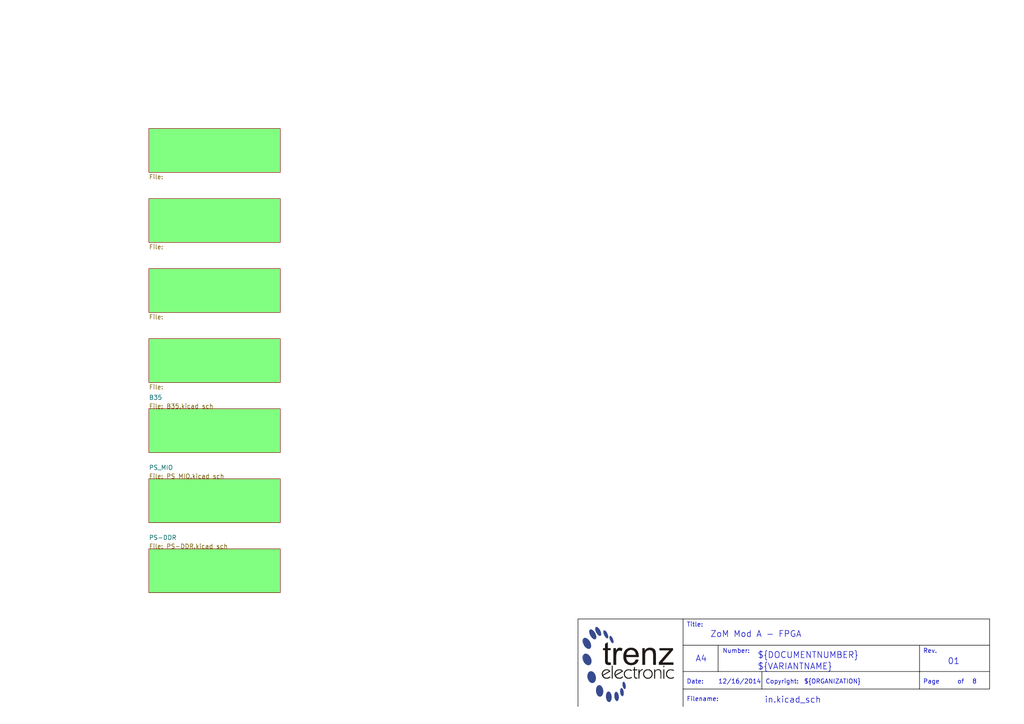
<source format=kicad_sch>
(kicad_sch (version 20230121) (generator eeschema)
  (paper "A4")
  (title_block (title "ZoM Mod A - FPGA") (date "12/16/2014") (rev "01"))
  (lib_symbols)
  (polyline (pts (xy 198.12 199.8472) (xy 198.12 179.5272) (xy 287.02 179.5272)) (stroke (width 0) (type solid) (color 0 0 0 1)))
  (polyline (pts (xy 266.7 194.7672) (xy 266.7 199.8472)) (stroke (width 0) (type solid) (color 0 0 0 1)))
  (polyline (pts (xy 198.12 199.8472) (xy 198.12 204.9272)) (stroke (width 0) (type solid) (color 0 0 0 1)))
  (polyline (pts (xy 167.64 204.9272) (xy 167.64 179.5272) (xy 198.12 179.5272)) (stroke (width 0) (type solid) (color 0 0 0 1)))
  (polyline (pts (xy 208.28 187.1472) (xy 208.28 194.7672) (xy 198.12 194.7672)) (stroke (width 0) (type solid) (color 0 0 0 1)))
  (polyline (pts (xy 266.7 194.7672) (xy 266.7 187.1472)) (stroke (width 0) (type solid) (color 0 0 0 1)))
  (polyline (pts (xy 198.12 199.8472) (xy 287.02 199.8472) (xy 287.02 179.5272)) (stroke (width 0) (type solid) (color 0 0 0 1)))
  (polyline (pts (xy 208.28 194.7672) (xy 287.02 194.7672)) (stroke (width 0) (type solid) (color 0 0 0 1)))
  (polyline (pts (xy 287.02 187.1472) (xy 198.12 187.1472)) (stroke (width 0) (type solid) (color 0 0 0 1)))
  (polyline (pts (xy 220.98 194.7672) (xy 220.98 199.8472)) (stroke (width 0) (type solid) (color 0 0 0 1)))
  (image (at 182.245 192.7172) (scale 0.698446))
  (text "${VARIANTNAME}" (at 219.71 194.5132 0) (effects (font (size 1.778 1.778)) (justify left bottom)))
  (text "Number:" (at 209.55 189.6872 0) (effects (font (size 1.27 1.27)) (justify left bottom)))
  (text "${#}" (at 273.05 198.5772 0) (effects (font (size 1.27 1.27)) (justify left bottom)))
  (text "${##}" (at 281.94 198.5772 0) (effects (font (size 1.27 1.27)) (justify left bottom)))
  (text "${ORGANIZATION}" (at 233.172 198.5772 0) (effects (font (size 1.27 1.27)) (justify left bottom)))
  (text "Title:" (at 199.136 182.0672 0) (effects (font (size 1.27 1.27)) (justify left bottom)))
  (text "${REVISION}" (at 274.828 192.9892 0) (effects (font (size 1.778 1.778)) (justify left bottom)))
  (text "of" (at 277.622 198.5772 0) (effects (font (size 1.27 1.27)) (justify left bottom)))
  (text "${TITLE}" (at 205.994 185.1152 0) (effects (font (size 1.778 1.778)) (justify left bottom)))
  (text "Copyright:" (at 221.996 198.5772 0) (effects (font (size 1.27 1.27)) (justify left bottom)))
  (text "A4" (at 201.676 192.2272 0) (effects (font (size 1.778 1.778)) (justify left bottom)))
  (text "${FILENAME}" (at 221.742 204.1652 0) (effects (font (size 1.778 1.778)) (justify left bottom)))
  (text "Rev." (at 267.716 189.6872 0) (effects (font (size 1.27 1.27)) (justify left bottom)))
  (text "${DOCUMENTNUMBER}" (at 219.71 191.2112 0) (effects (font (size 1.778 1.778)) (justify left bottom)))
  (text "Date:" (at 199.136 198.5772 0) (effects (font (size 1.27 1.27)) (justify left bottom)))
  (text "${ISSUE_DATE}" (at 208.28 198.5772 0) (effects (font (size 1.27 1.27)) (justify left bottom)))
  (text "Page" (at 267.716 198.5772 0) (effects (font (size 1.27 1.27)) (justify left bottom)))
  (text "Filename:" (at 199.136 203.6572 0) (effects (font (size 1.27 1.27)) (justify left bottom)))
  (sheet (at 43.18 159.2072) (size 38.1 12.7) (stroke (width 0) (color 128 0 0 1)) (fill (color 128 255 128 1.0000))
    (property "Sheetname" "PS-DDR" (at 43.18 156.6672 0) (effects (justify left bottom)))
    (property "Sheetfile" "PS-DDR.kicad_sch" (at 43.18 159.2072 0) (effects (justify left bottom)))
  )
  (sheet (at 43.18 77.9272) (size 38.1 12.7) (stroke (width 0) (color 128 0 0 1)) (fill (color 128 255 128 1.0000)))
  (sheet (at 43.18 138.8872) (size 38.1 12.7) (stroke (width 0) (color 128 0 0 1)) (fill (color 128 255 128 1.0000))
    (property "Sheetname" "PS_MIO" (at 43.18 136.3472 0) (effects (justify left bottom)))
    (property "Sheetfile" "PS_MIO.kicad_sch" (at 43.18 138.8872 0) (effects (justify left bottom)))
  )
  (sheet (at 43.18 98.2472) (size 38.1 12.7) (stroke (width 0) (color 128 0 0 1)) (fill (color 128 255 128 1.0000)))
  (sheet (at 43.18 37.2872) (size 38.1 12.7) (stroke (width 0) (color 128 0 0 1)) (fill (color 128 255 128 1.0000)))
  (sheet (at 43.18 57.6072) (size 38.1 12.7) (stroke (width 0) (color 128 0 0 1)) (fill (color 128 255 128 1.0000)))
  (sheet (at 43.18 118.5672) (size 38.1 12.7) (stroke (width 0) (color 128 0 0 1)) (fill (color 128 255 128 1.0000))
    (property "Sheetname" "B35" (at 43.18 116.0272 0) (effects (justify left bottom)))
    (property "Sheetfile" "B35.kicad_sch" (at 43.18 118.5672 0) (effects (justify left bottom)))
  )
)
</source>
